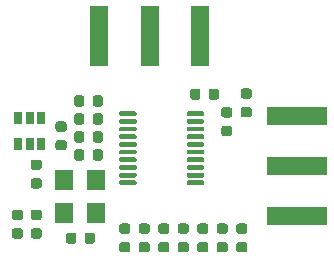
<source format=gbr>
%TF.GenerationSoftware,KiCad,Pcbnew,5.1.6-c6e7f7d~87~ubuntu18.04.1*%
%TF.CreationDate,2020-08-02T22:12:59+02:00*%
%TF.ProjectId,ad9834_eval,61643938-3334-45f6-9576-616c2e6b6963,rev?*%
%TF.SameCoordinates,Original*%
%TF.FileFunction,Paste,Top*%
%TF.FilePolarity,Positive*%
%FSLAX46Y46*%
G04 Gerber Fmt 4.6, Leading zero omitted, Abs format (unit mm)*
G04 Created by KiCad (PCBNEW 5.1.6-c6e7f7d~87~ubuntu18.04.1) date 2020-08-02 22:12:59*
%MOMM*%
%LPD*%
G01*
G04 APERTURE LIST*
%ADD10R,1.540000X1.800000*%
%ADD11R,0.650000X1.060000*%
%ADD12R,1.500000X5.080000*%
%ADD13R,5.080000X1.500000*%
G04 APERTURE END LIST*
D10*
%TO.C,U5*%
X79705200Y-85013800D03*
X82385200Y-85013800D03*
X82385200Y-87813800D03*
X79705200Y-87813800D03*
%TD*%
%TO.C,R16*%
G36*
G01*
X77086750Y-84830500D02*
X77599250Y-84830500D01*
G75*
G02*
X77818000Y-85049250I0J-218750D01*
G01*
X77818000Y-85486750D01*
G75*
G02*
X77599250Y-85705500I-218750J0D01*
G01*
X77086750Y-85705500D01*
G75*
G02*
X76868000Y-85486750I0J218750D01*
G01*
X76868000Y-85049250D01*
G75*
G02*
X77086750Y-84830500I218750J0D01*
G01*
G37*
G36*
G01*
X77086750Y-83255500D02*
X77599250Y-83255500D01*
G75*
G02*
X77818000Y-83474250I0J-218750D01*
G01*
X77818000Y-83911750D01*
G75*
G02*
X77599250Y-84130500I-218750J0D01*
G01*
X77086750Y-84130500D01*
G75*
G02*
X76868000Y-83911750I0J218750D01*
G01*
X76868000Y-83474250D01*
G75*
G02*
X77086750Y-83255500I218750J0D01*
G01*
G37*
%TD*%
%TO.C,R11*%
G36*
G01*
X79182250Y-81604500D02*
X79694750Y-81604500D01*
G75*
G02*
X79913500Y-81823250I0J-218750D01*
G01*
X79913500Y-82260750D01*
G75*
G02*
X79694750Y-82479500I-218750J0D01*
G01*
X79182250Y-82479500D01*
G75*
G02*
X78963500Y-82260750I0J218750D01*
G01*
X78963500Y-81823250D01*
G75*
G02*
X79182250Y-81604500I218750J0D01*
G01*
G37*
G36*
G01*
X79182250Y-80029500D02*
X79694750Y-80029500D01*
G75*
G02*
X79913500Y-80248250I0J-218750D01*
G01*
X79913500Y-80685750D01*
G75*
G02*
X79694750Y-80904500I-218750J0D01*
G01*
X79182250Y-80904500D01*
G75*
G02*
X78963500Y-80685750I0J218750D01*
G01*
X78963500Y-80248250D01*
G75*
G02*
X79182250Y-80029500I218750J0D01*
G01*
G37*
%TD*%
D11*
%TO.C,U3*%
X76774000Y-81956000D03*
X77724000Y-81956000D03*
X75824000Y-81956000D03*
X75824000Y-79756000D03*
X76774000Y-79756000D03*
X77724000Y-79756000D03*
%TD*%
%TO.C,R15*%
G36*
G01*
X94485750Y-90240500D02*
X94998250Y-90240500D01*
G75*
G02*
X95217000Y-90459250I0J-218750D01*
G01*
X95217000Y-90896750D01*
G75*
G02*
X94998250Y-91115500I-218750J0D01*
G01*
X94485750Y-91115500D01*
G75*
G02*
X94267000Y-90896750I0J218750D01*
G01*
X94267000Y-90459250D01*
G75*
G02*
X94485750Y-90240500I218750J0D01*
G01*
G37*
G36*
G01*
X94485750Y-88665500D02*
X94998250Y-88665500D01*
G75*
G02*
X95217000Y-88884250I0J-218750D01*
G01*
X95217000Y-89321750D01*
G75*
G02*
X94998250Y-89540500I-218750J0D01*
G01*
X94485750Y-89540500D01*
G75*
G02*
X94267000Y-89321750I0J218750D01*
G01*
X94267000Y-88884250D01*
G75*
G02*
X94485750Y-88665500I218750J0D01*
G01*
G37*
%TD*%
%TO.C,R14*%
G36*
G01*
X91183750Y-90240500D02*
X91696250Y-90240500D01*
G75*
G02*
X91915000Y-90459250I0J-218750D01*
G01*
X91915000Y-90896750D01*
G75*
G02*
X91696250Y-91115500I-218750J0D01*
G01*
X91183750Y-91115500D01*
G75*
G02*
X90965000Y-90896750I0J218750D01*
G01*
X90965000Y-90459250D01*
G75*
G02*
X91183750Y-90240500I218750J0D01*
G01*
G37*
G36*
G01*
X91183750Y-88665500D02*
X91696250Y-88665500D01*
G75*
G02*
X91915000Y-88884250I0J-218750D01*
G01*
X91915000Y-89321750D01*
G75*
G02*
X91696250Y-89540500I-218750J0D01*
G01*
X91183750Y-89540500D01*
G75*
G02*
X90965000Y-89321750I0J218750D01*
G01*
X90965000Y-88884250D01*
G75*
G02*
X91183750Y-88665500I218750J0D01*
G01*
G37*
%TD*%
%TO.C,R13*%
G36*
G01*
X89532750Y-90240500D02*
X90045250Y-90240500D01*
G75*
G02*
X90264000Y-90459250I0J-218750D01*
G01*
X90264000Y-90896750D01*
G75*
G02*
X90045250Y-91115500I-218750J0D01*
G01*
X89532750Y-91115500D01*
G75*
G02*
X89314000Y-90896750I0J218750D01*
G01*
X89314000Y-90459250D01*
G75*
G02*
X89532750Y-90240500I218750J0D01*
G01*
G37*
G36*
G01*
X89532750Y-88665500D02*
X90045250Y-88665500D01*
G75*
G02*
X90264000Y-88884250I0J-218750D01*
G01*
X90264000Y-89321750D01*
G75*
G02*
X90045250Y-89540500I-218750J0D01*
G01*
X89532750Y-89540500D01*
G75*
G02*
X89314000Y-89321750I0J218750D01*
G01*
X89314000Y-88884250D01*
G75*
G02*
X89532750Y-88665500I218750J0D01*
G01*
G37*
%TD*%
%TO.C,R12*%
G36*
G01*
X86230750Y-90240500D02*
X86743250Y-90240500D01*
G75*
G02*
X86962000Y-90459250I0J-218750D01*
G01*
X86962000Y-90896750D01*
G75*
G02*
X86743250Y-91115500I-218750J0D01*
G01*
X86230750Y-91115500D01*
G75*
G02*
X86012000Y-90896750I0J218750D01*
G01*
X86012000Y-90459250D01*
G75*
G02*
X86230750Y-90240500I218750J0D01*
G01*
G37*
G36*
G01*
X86230750Y-88665500D02*
X86743250Y-88665500D01*
G75*
G02*
X86962000Y-88884250I0J-218750D01*
G01*
X86962000Y-89321750D01*
G75*
G02*
X86743250Y-89540500I-218750J0D01*
G01*
X86230750Y-89540500D01*
G75*
G02*
X86012000Y-89321750I0J218750D01*
G01*
X86012000Y-88884250D01*
G75*
G02*
X86230750Y-88665500I218750J0D01*
G01*
G37*
%TD*%
%TO.C,R10*%
G36*
G01*
X93347250Y-89540500D02*
X92834750Y-89540500D01*
G75*
G02*
X92616000Y-89321750I0J218750D01*
G01*
X92616000Y-88884250D01*
G75*
G02*
X92834750Y-88665500I218750J0D01*
G01*
X93347250Y-88665500D01*
G75*
G02*
X93566000Y-88884250I0J-218750D01*
G01*
X93566000Y-89321750D01*
G75*
G02*
X93347250Y-89540500I-218750J0D01*
G01*
G37*
G36*
G01*
X93347250Y-91115500D02*
X92834750Y-91115500D01*
G75*
G02*
X92616000Y-90896750I0J218750D01*
G01*
X92616000Y-90459250D01*
G75*
G02*
X92834750Y-90240500I218750J0D01*
G01*
X93347250Y-90240500D01*
G75*
G02*
X93566000Y-90459250I0J-218750D01*
G01*
X93566000Y-90896750D01*
G75*
G02*
X93347250Y-91115500I-218750J0D01*
G01*
G37*
%TD*%
%TO.C,R9*%
G36*
G01*
X88394250Y-89540500D02*
X87881750Y-89540500D01*
G75*
G02*
X87663000Y-89321750I0J218750D01*
G01*
X87663000Y-88884250D01*
G75*
G02*
X87881750Y-88665500I218750J0D01*
G01*
X88394250Y-88665500D01*
G75*
G02*
X88613000Y-88884250I0J-218750D01*
G01*
X88613000Y-89321750D01*
G75*
G02*
X88394250Y-89540500I-218750J0D01*
G01*
G37*
G36*
G01*
X88394250Y-91115500D02*
X87881750Y-91115500D01*
G75*
G02*
X87663000Y-90896750I0J218750D01*
G01*
X87663000Y-90459250D01*
G75*
G02*
X87881750Y-90240500I218750J0D01*
G01*
X88394250Y-90240500D01*
G75*
G02*
X88613000Y-90459250I0J-218750D01*
G01*
X88613000Y-90896750D01*
G75*
G02*
X88394250Y-91115500I-218750J0D01*
G01*
G37*
%TD*%
%TO.C,R8*%
G36*
G01*
X85092250Y-89540500D02*
X84579750Y-89540500D01*
G75*
G02*
X84361000Y-89321750I0J218750D01*
G01*
X84361000Y-88884250D01*
G75*
G02*
X84579750Y-88665500I218750J0D01*
G01*
X85092250Y-88665500D01*
G75*
G02*
X85311000Y-88884250I0J-218750D01*
G01*
X85311000Y-89321750D01*
G75*
G02*
X85092250Y-89540500I-218750J0D01*
G01*
G37*
G36*
G01*
X85092250Y-91115500D02*
X84579750Y-91115500D01*
G75*
G02*
X84361000Y-90896750I0J218750D01*
G01*
X84361000Y-90459250D01*
G75*
G02*
X84579750Y-90240500I218750J0D01*
G01*
X85092250Y-90240500D01*
G75*
G02*
X85311000Y-90459250I0J-218750D01*
G01*
X85311000Y-90896750D01*
G75*
G02*
X85092250Y-91115500I-218750J0D01*
G01*
G37*
%TD*%
%TO.C,R7*%
G36*
G01*
X77599250Y-88372300D02*
X77086750Y-88372300D01*
G75*
G02*
X76868000Y-88153550I0J218750D01*
G01*
X76868000Y-87716050D01*
G75*
G02*
X77086750Y-87497300I218750J0D01*
G01*
X77599250Y-87497300D01*
G75*
G02*
X77818000Y-87716050I0J-218750D01*
G01*
X77818000Y-88153550D01*
G75*
G02*
X77599250Y-88372300I-218750J0D01*
G01*
G37*
G36*
G01*
X77599250Y-89947300D02*
X77086750Y-89947300D01*
G75*
G02*
X76868000Y-89728550I0J218750D01*
G01*
X76868000Y-89291050D01*
G75*
G02*
X77086750Y-89072300I218750J0D01*
G01*
X77599250Y-89072300D01*
G75*
G02*
X77818000Y-89291050I0J-218750D01*
G01*
X77818000Y-89728550D01*
G75*
G02*
X77599250Y-89947300I-218750J0D01*
G01*
G37*
%TD*%
%TO.C,R6*%
G36*
G01*
X75999050Y-88372300D02*
X75486550Y-88372300D01*
G75*
G02*
X75267800Y-88153550I0J218750D01*
G01*
X75267800Y-87716050D01*
G75*
G02*
X75486550Y-87497300I218750J0D01*
G01*
X75999050Y-87497300D01*
G75*
G02*
X76217800Y-87716050I0J-218750D01*
G01*
X76217800Y-88153550D01*
G75*
G02*
X75999050Y-88372300I-218750J0D01*
G01*
G37*
G36*
G01*
X75999050Y-89947300D02*
X75486550Y-89947300D01*
G75*
G02*
X75267800Y-89728550I0J218750D01*
G01*
X75267800Y-89291050D01*
G75*
G02*
X75486550Y-89072300I218750J0D01*
G01*
X75999050Y-89072300D01*
G75*
G02*
X76217800Y-89291050I0J-218750D01*
G01*
X76217800Y-89728550D01*
G75*
G02*
X75999050Y-89947300I-218750J0D01*
G01*
G37*
%TD*%
D12*
%TO.C,J3*%
X86931500Y-72796400D03*
X82681500Y-72796400D03*
X91181500Y-72796400D03*
%TD*%
D13*
%TO.C,J2*%
X99377500Y-83820000D03*
X99377500Y-79570000D03*
X99377500Y-88070000D03*
%TD*%
%TO.C,U2*%
G36*
G01*
X90077500Y-79475000D02*
X90077500Y-79275000D01*
G75*
G02*
X90177500Y-79175000I100000J0D01*
G01*
X91452500Y-79175000D01*
G75*
G02*
X91552500Y-79275000I0J-100000D01*
G01*
X91552500Y-79475000D01*
G75*
G02*
X91452500Y-79575000I-100000J0D01*
G01*
X90177500Y-79575000D01*
G75*
G02*
X90077500Y-79475000I0J100000D01*
G01*
G37*
G36*
G01*
X90077500Y-80125000D02*
X90077500Y-79925000D01*
G75*
G02*
X90177500Y-79825000I100000J0D01*
G01*
X91452500Y-79825000D01*
G75*
G02*
X91552500Y-79925000I0J-100000D01*
G01*
X91552500Y-80125000D01*
G75*
G02*
X91452500Y-80225000I-100000J0D01*
G01*
X90177500Y-80225000D01*
G75*
G02*
X90077500Y-80125000I0J100000D01*
G01*
G37*
G36*
G01*
X90077500Y-80775000D02*
X90077500Y-80575000D01*
G75*
G02*
X90177500Y-80475000I100000J0D01*
G01*
X91452500Y-80475000D01*
G75*
G02*
X91552500Y-80575000I0J-100000D01*
G01*
X91552500Y-80775000D01*
G75*
G02*
X91452500Y-80875000I-100000J0D01*
G01*
X90177500Y-80875000D01*
G75*
G02*
X90077500Y-80775000I0J100000D01*
G01*
G37*
G36*
G01*
X90077500Y-81425000D02*
X90077500Y-81225000D01*
G75*
G02*
X90177500Y-81125000I100000J0D01*
G01*
X91452500Y-81125000D01*
G75*
G02*
X91552500Y-81225000I0J-100000D01*
G01*
X91552500Y-81425000D01*
G75*
G02*
X91452500Y-81525000I-100000J0D01*
G01*
X90177500Y-81525000D01*
G75*
G02*
X90077500Y-81425000I0J100000D01*
G01*
G37*
G36*
G01*
X90077500Y-82075000D02*
X90077500Y-81875000D01*
G75*
G02*
X90177500Y-81775000I100000J0D01*
G01*
X91452500Y-81775000D01*
G75*
G02*
X91552500Y-81875000I0J-100000D01*
G01*
X91552500Y-82075000D01*
G75*
G02*
X91452500Y-82175000I-100000J0D01*
G01*
X90177500Y-82175000D01*
G75*
G02*
X90077500Y-82075000I0J100000D01*
G01*
G37*
G36*
G01*
X90077500Y-82725000D02*
X90077500Y-82525000D01*
G75*
G02*
X90177500Y-82425000I100000J0D01*
G01*
X91452500Y-82425000D01*
G75*
G02*
X91552500Y-82525000I0J-100000D01*
G01*
X91552500Y-82725000D01*
G75*
G02*
X91452500Y-82825000I-100000J0D01*
G01*
X90177500Y-82825000D01*
G75*
G02*
X90077500Y-82725000I0J100000D01*
G01*
G37*
G36*
G01*
X90077500Y-83375000D02*
X90077500Y-83175000D01*
G75*
G02*
X90177500Y-83075000I100000J0D01*
G01*
X91452500Y-83075000D01*
G75*
G02*
X91552500Y-83175000I0J-100000D01*
G01*
X91552500Y-83375000D01*
G75*
G02*
X91452500Y-83475000I-100000J0D01*
G01*
X90177500Y-83475000D01*
G75*
G02*
X90077500Y-83375000I0J100000D01*
G01*
G37*
G36*
G01*
X90077500Y-84025000D02*
X90077500Y-83825000D01*
G75*
G02*
X90177500Y-83725000I100000J0D01*
G01*
X91452500Y-83725000D01*
G75*
G02*
X91552500Y-83825000I0J-100000D01*
G01*
X91552500Y-84025000D01*
G75*
G02*
X91452500Y-84125000I-100000J0D01*
G01*
X90177500Y-84125000D01*
G75*
G02*
X90077500Y-84025000I0J100000D01*
G01*
G37*
G36*
G01*
X90077500Y-84675000D02*
X90077500Y-84475000D01*
G75*
G02*
X90177500Y-84375000I100000J0D01*
G01*
X91452500Y-84375000D01*
G75*
G02*
X91552500Y-84475000I0J-100000D01*
G01*
X91552500Y-84675000D01*
G75*
G02*
X91452500Y-84775000I-100000J0D01*
G01*
X90177500Y-84775000D01*
G75*
G02*
X90077500Y-84675000I0J100000D01*
G01*
G37*
G36*
G01*
X90077500Y-85325000D02*
X90077500Y-85125000D01*
G75*
G02*
X90177500Y-85025000I100000J0D01*
G01*
X91452500Y-85025000D01*
G75*
G02*
X91552500Y-85125000I0J-100000D01*
G01*
X91552500Y-85325000D01*
G75*
G02*
X91452500Y-85425000I-100000J0D01*
G01*
X90177500Y-85425000D01*
G75*
G02*
X90077500Y-85325000I0J100000D01*
G01*
G37*
G36*
G01*
X84352500Y-85325000D02*
X84352500Y-85125000D01*
G75*
G02*
X84452500Y-85025000I100000J0D01*
G01*
X85727500Y-85025000D01*
G75*
G02*
X85827500Y-85125000I0J-100000D01*
G01*
X85827500Y-85325000D01*
G75*
G02*
X85727500Y-85425000I-100000J0D01*
G01*
X84452500Y-85425000D01*
G75*
G02*
X84352500Y-85325000I0J100000D01*
G01*
G37*
G36*
G01*
X84352500Y-84675000D02*
X84352500Y-84475000D01*
G75*
G02*
X84452500Y-84375000I100000J0D01*
G01*
X85727500Y-84375000D01*
G75*
G02*
X85827500Y-84475000I0J-100000D01*
G01*
X85827500Y-84675000D01*
G75*
G02*
X85727500Y-84775000I-100000J0D01*
G01*
X84452500Y-84775000D01*
G75*
G02*
X84352500Y-84675000I0J100000D01*
G01*
G37*
G36*
G01*
X84352500Y-84025000D02*
X84352500Y-83825000D01*
G75*
G02*
X84452500Y-83725000I100000J0D01*
G01*
X85727500Y-83725000D01*
G75*
G02*
X85827500Y-83825000I0J-100000D01*
G01*
X85827500Y-84025000D01*
G75*
G02*
X85727500Y-84125000I-100000J0D01*
G01*
X84452500Y-84125000D01*
G75*
G02*
X84352500Y-84025000I0J100000D01*
G01*
G37*
G36*
G01*
X84352500Y-83375000D02*
X84352500Y-83175000D01*
G75*
G02*
X84452500Y-83075000I100000J0D01*
G01*
X85727500Y-83075000D01*
G75*
G02*
X85827500Y-83175000I0J-100000D01*
G01*
X85827500Y-83375000D01*
G75*
G02*
X85727500Y-83475000I-100000J0D01*
G01*
X84452500Y-83475000D01*
G75*
G02*
X84352500Y-83375000I0J100000D01*
G01*
G37*
G36*
G01*
X84352500Y-82725000D02*
X84352500Y-82525000D01*
G75*
G02*
X84452500Y-82425000I100000J0D01*
G01*
X85727500Y-82425000D01*
G75*
G02*
X85827500Y-82525000I0J-100000D01*
G01*
X85827500Y-82725000D01*
G75*
G02*
X85727500Y-82825000I-100000J0D01*
G01*
X84452500Y-82825000D01*
G75*
G02*
X84352500Y-82725000I0J100000D01*
G01*
G37*
G36*
G01*
X84352500Y-82075000D02*
X84352500Y-81875000D01*
G75*
G02*
X84452500Y-81775000I100000J0D01*
G01*
X85727500Y-81775000D01*
G75*
G02*
X85827500Y-81875000I0J-100000D01*
G01*
X85827500Y-82075000D01*
G75*
G02*
X85727500Y-82175000I-100000J0D01*
G01*
X84452500Y-82175000D01*
G75*
G02*
X84352500Y-82075000I0J100000D01*
G01*
G37*
G36*
G01*
X84352500Y-81425000D02*
X84352500Y-81225000D01*
G75*
G02*
X84452500Y-81125000I100000J0D01*
G01*
X85727500Y-81125000D01*
G75*
G02*
X85827500Y-81225000I0J-100000D01*
G01*
X85827500Y-81425000D01*
G75*
G02*
X85727500Y-81525000I-100000J0D01*
G01*
X84452500Y-81525000D01*
G75*
G02*
X84352500Y-81425000I0J100000D01*
G01*
G37*
G36*
G01*
X84352500Y-80775000D02*
X84352500Y-80575000D01*
G75*
G02*
X84452500Y-80475000I100000J0D01*
G01*
X85727500Y-80475000D01*
G75*
G02*
X85827500Y-80575000I0J-100000D01*
G01*
X85827500Y-80775000D01*
G75*
G02*
X85727500Y-80875000I-100000J0D01*
G01*
X84452500Y-80875000D01*
G75*
G02*
X84352500Y-80775000I0J100000D01*
G01*
G37*
G36*
G01*
X84352500Y-80125000D02*
X84352500Y-79925000D01*
G75*
G02*
X84452500Y-79825000I100000J0D01*
G01*
X85727500Y-79825000D01*
G75*
G02*
X85827500Y-79925000I0J-100000D01*
G01*
X85827500Y-80125000D01*
G75*
G02*
X85727500Y-80225000I-100000J0D01*
G01*
X84452500Y-80225000D01*
G75*
G02*
X84352500Y-80125000I0J100000D01*
G01*
G37*
G36*
G01*
X84352500Y-79475000D02*
X84352500Y-79275000D01*
G75*
G02*
X84452500Y-79175000I100000J0D01*
G01*
X85727500Y-79175000D01*
G75*
G02*
X85827500Y-79275000I0J-100000D01*
G01*
X85827500Y-79475000D01*
G75*
G02*
X85727500Y-79575000I-100000J0D01*
G01*
X84452500Y-79575000D01*
G75*
G02*
X84352500Y-79475000I0J100000D01*
G01*
G37*
%TD*%
%TO.C,R5*%
G36*
G01*
X91942500Y-77980250D02*
X91942500Y-77467750D01*
G75*
G02*
X92161250Y-77249000I218750J0D01*
G01*
X92598750Y-77249000D01*
G75*
G02*
X92817500Y-77467750I0J-218750D01*
G01*
X92817500Y-77980250D01*
G75*
G02*
X92598750Y-78199000I-218750J0D01*
G01*
X92161250Y-78199000D01*
G75*
G02*
X91942500Y-77980250I0J218750D01*
G01*
G37*
G36*
G01*
X90367500Y-77980250D02*
X90367500Y-77467750D01*
G75*
G02*
X90586250Y-77249000I218750J0D01*
G01*
X91023750Y-77249000D01*
G75*
G02*
X91242500Y-77467750I0J-218750D01*
G01*
X91242500Y-77980250D01*
G75*
G02*
X91023750Y-78199000I-218750J0D01*
G01*
X90586250Y-78199000D01*
G75*
G02*
X90367500Y-77980250I0J218750D01*
G01*
G37*
%TD*%
%TO.C,R4*%
G36*
G01*
X95379250Y-78110500D02*
X94866750Y-78110500D01*
G75*
G02*
X94648000Y-77891750I0J218750D01*
G01*
X94648000Y-77454250D01*
G75*
G02*
X94866750Y-77235500I218750J0D01*
G01*
X95379250Y-77235500D01*
G75*
G02*
X95598000Y-77454250I0J-218750D01*
G01*
X95598000Y-77891750D01*
G75*
G02*
X95379250Y-78110500I-218750J0D01*
G01*
G37*
G36*
G01*
X95379250Y-79685500D02*
X94866750Y-79685500D01*
G75*
G02*
X94648000Y-79466750I0J218750D01*
G01*
X94648000Y-79029250D01*
G75*
G02*
X94866750Y-78810500I218750J0D01*
G01*
X95379250Y-78810500D01*
G75*
G02*
X95598000Y-79029250I0J-218750D01*
G01*
X95598000Y-79466750D01*
G75*
G02*
X95379250Y-79685500I-218750J0D01*
G01*
G37*
%TD*%
%TO.C,R3*%
G36*
G01*
X82112500Y-78551750D02*
X82112500Y-78039250D01*
G75*
G02*
X82331250Y-77820500I218750J0D01*
G01*
X82768750Y-77820500D01*
G75*
G02*
X82987500Y-78039250I0J-218750D01*
G01*
X82987500Y-78551750D01*
G75*
G02*
X82768750Y-78770500I-218750J0D01*
G01*
X82331250Y-78770500D01*
G75*
G02*
X82112500Y-78551750I0J218750D01*
G01*
G37*
G36*
G01*
X80537500Y-78551750D02*
X80537500Y-78039250D01*
G75*
G02*
X80756250Y-77820500I218750J0D01*
G01*
X81193750Y-77820500D01*
G75*
G02*
X81412500Y-78039250I0J-218750D01*
G01*
X81412500Y-78551750D01*
G75*
G02*
X81193750Y-78770500I-218750J0D01*
G01*
X80756250Y-78770500D01*
G75*
G02*
X80537500Y-78551750I0J218750D01*
G01*
G37*
%TD*%
%TO.C,R2*%
G36*
G01*
X93215750Y-80398000D02*
X93728250Y-80398000D01*
G75*
G02*
X93947000Y-80616750I0J-218750D01*
G01*
X93947000Y-81054250D01*
G75*
G02*
X93728250Y-81273000I-218750J0D01*
G01*
X93215750Y-81273000D01*
G75*
G02*
X92997000Y-81054250I0J218750D01*
G01*
X92997000Y-80616750D01*
G75*
G02*
X93215750Y-80398000I218750J0D01*
G01*
G37*
G36*
G01*
X93215750Y-78823000D02*
X93728250Y-78823000D01*
G75*
G02*
X93947000Y-79041750I0J-218750D01*
G01*
X93947000Y-79479250D01*
G75*
G02*
X93728250Y-79698000I-218750J0D01*
G01*
X93215750Y-79698000D01*
G75*
G02*
X92997000Y-79479250I0J218750D01*
G01*
X92997000Y-79041750D01*
G75*
G02*
X93215750Y-78823000I218750J0D01*
G01*
G37*
%TD*%
%TO.C,R1*%
G36*
G01*
X81426700Y-90172250D02*
X81426700Y-89659750D01*
G75*
G02*
X81645450Y-89441000I218750J0D01*
G01*
X82082950Y-89441000D01*
G75*
G02*
X82301700Y-89659750I0J-218750D01*
G01*
X82301700Y-90172250D01*
G75*
G02*
X82082950Y-90391000I-218750J0D01*
G01*
X81645450Y-90391000D01*
G75*
G02*
X81426700Y-90172250I0J218750D01*
G01*
G37*
G36*
G01*
X79851700Y-90172250D02*
X79851700Y-89659750D01*
G75*
G02*
X80070450Y-89441000I218750J0D01*
G01*
X80507950Y-89441000D01*
G75*
G02*
X80726700Y-89659750I0J-218750D01*
G01*
X80726700Y-90172250D01*
G75*
G02*
X80507950Y-90391000I-218750J0D01*
G01*
X80070450Y-90391000D01*
G75*
G02*
X79851700Y-90172250I0J218750D01*
G01*
G37*
%TD*%
%TO.C,C3*%
G36*
G01*
X82112500Y-80075750D02*
X82112500Y-79563250D01*
G75*
G02*
X82331250Y-79344500I218750J0D01*
G01*
X82768750Y-79344500D01*
G75*
G02*
X82987500Y-79563250I0J-218750D01*
G01*
X82987500Y-80075750D01*
G75*
G02*
X82768750Y-80294500I-218750J0D01*
G01*
X82331250Y-80294500D01*
G75*
G02*
X82112500Y-80075750I0J218750D01*
G01*
G37*
G36*
G01*
X80537500Y-80075750D02*
X80537500Y-79563250D01*
G75*
G02*
X80756250Y-79344500I218750J0D01*
G01*
X81193750Y-79344500D01*
G75*
G02*
X81412500Y-79563250I0J-218750D01*
G01*
X81412500Y-80075750D01*
G75*
G02*
X81193750Y-80294500I-218750J0D01*
G01*
X80756250Y-80294500D01*
G75*
G02*
X80537500Y-80075750I0J218750D01*
G01*
G37*
%TD*%
%TO.C,C2*%
G36*
G01*
X82112500Y-81599750D02*
X82112500Y-81087250D01*
G75*
G02*
X82331250Y-80868500I218750J0D01*
G01*
X82768750Y-80868500D01*
G75*
G02*
X82987500Y-81087250I0J-218750D01*
G01*
X82987500Y-81599750D01*
G75*
G02*
X82768750Y-81818500I-218750J0D01*
G01*
X82331250Y-81818500D01*
G75*
G02*
X82112500Y-81599750I0J218750D01*
G01*
G37*
G36*
G01*
X80537500Y-81599750D02*
X80537500Y-81087250D01*
G75*
G02*
X80756250Y-80868500I218750J0D01*
G01*
X81193750Y-80868500D01*
G75*
G02*
X81412500Y-81087250I0J-218750D01*
G01*
X81412500Y-81599750D01*
G75*
G02*
X81193750Y-81818500I-218750J0D01*
G01*
X80756250Y-81818500D01*
G75*
G02*
X80537500Y-81599750I0J218750D01*
G01*
G37*
%TD*%
%TO.C,C1*%
G36*
G01*
X81412500Y-82611250D02*
X81412500Y-83123750D01*
G75*
G02*
X81193750Y-83342500I-218750J0D01*
G01*
X80756250Y-83342500D01*
G75*
G02*
X80537500Y-83123750I0J218750D01*
G01*
X80537500Y-82611250D01*
G75*
G02*
X80756250Y-82392500I218750J0D01*
G01*
X81193750Y-82392500D01*
G75*
G02*
X81412500Y-82611250I0J-218750D01*
G01*
G37*
G36*
G01*
X82987500Y-82611250D02*
X82987500Y-83123750D01*
G75*
G02*
X82768750Y-83342500I-218750J0D01*
G01*
X82331250Y-83342500D01*
G75*
G02*
X82112500Y-83123750I0J218750D01*
G01*
X82112500Y-82611250D01*
G75*
G02*
X82331250Y-82392500I218750J0D01*
G01*
X82768750Y-82392500D01*
G75*
G02*
X82987500Y-82611250I0J-218750D01*
G01*
G37*
%TD*%
M02*

</source>
